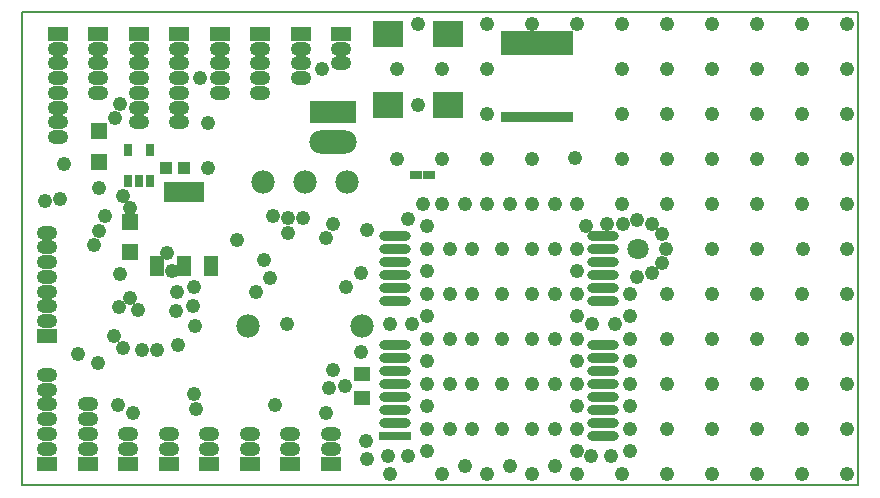
<source format=gbs>
%FSAX25Y25*%
%MOIN*%
G70*
G01*
G75*
%ADD10C,0.00800*%
%ADD11R,0.04724X0.03543*%
%ADD12O,0.05512X0.01102*%
%ADD13R,0.05512X0.01102*%
%ADD14O,0.01102X0.05512*%
%ADD15O,0.05512X0.01102*%
%ADD16R,0.02362X0.03150*%
%ADD17R,0.03543X0.03150*%
%ADD18R,0.03150X0.03543*%
%ADD19R,0.03150X0.03150*%
%ADD20R,0.03150X0.03543*%
%ADD21O,0.04331X0.01575*%
%ADD22R,0.04331X0.01575*%
%ADD23C,0.04000*%
%ADD24C,0.01500*%
%ADD25C,0.03000*%
%ADD26C,0.06299*%
%ADD27R,0.15000X0.07000*%
%ADD28O,0.15000X0.07000*%
%ADD29C,0.07000*%
%ADD30O,0.06000X0.04000*%
%ADD31C,0.04000*%
%ADD32R,0.06000X0.04000*%
%ADD33R,0.09449X0.07874*%
%ADD34R,0.03150X0.02362*%
%ADD35O,0.09843X0.02362*%
%ADD36R,0.04921X0.04331*%
%ADD37R,0.04921X0.04331*%
%ADD38R,0.02362X0.03543*%
%ADD39R,0.04724X0.04724*%
%ADD40R,0.12992X0.05906*%
%ADD41R,0.03937X0.05906*%
%ADD42R,0.23622X0.02953*%
%ADD43R,0.23622X0.07087*%
%ADD44O,0.09843X0.02362*%
%ADD45O,0.09843X0.02362*%
%ADD46R,0.09843X0.02362*%
%ADD47C,0.07000*%
%ADD48C,0.02500*%
%ADD49C,0.02400*%
%ADD50C,0.02362*%
%ADD51C,0.02000*%
%ADD52R,0.62992X0.62992*%
%ADD53R,0.05524X0.04343*%
%ADD54O,0.06312X0.01902*%
%ADD55R,0.06312X0.01902*%
%ADD56O,0.01902X0.06312*%
%ADD57O,0.06312X0.01902*%
%ADD58R,0.03162X0.03950*%
%ADD59R,0.04343X0.03950*%
%ADD60R,0.03950X0.04343*%
%ADD61R,0.03950X0.03950*%
%ADD62R,0.03950X0.04343*%
%ADD63O,0.05131X0.02375*%
%ADD64R,0.05131X0.02375*%
%ADD65C,0.07099*%
%ADD66R,0.15800X0.07800*%
%ADD67O,0.15800X0.07800*%
%ADD68C,0.07800*%
%ADD69O,0.06800X0.04800*%
%ADD70C,0.04800*%
%ADD71R,0.06800X0.04800*%
%ADD72R,0.10249X0.08674*%
%ADD73R,0.03950X0.03162*%
%ADD74O,0.10643X0.03162*%
%ADD75R,0.05721X0.05131*%
%ADD76R,0.05721X0.05131*%
%ADD77R,0.03162X0.04343*%
%ADD78R,0.05524X0.05524*%
%ADD79R,0.13792X0.06706*%
%ADD80R,0.04737X0.06706*%
%ADD81R,0.24422X0.03753*%
%ADD82R,0.24422X0.07887*%
%ADD83O,0.10643X0.03162*%
%ADD84O,0.10643X0.03162*%
%ADD85R,0.10643X0.03162*%
D10*
X0000400Y0000360D02*
Y0157840D01*
Y0157840D02*
X0279140D01*
Y0000360D02*
Y0157840D01*
X0000400Y0000360D02*
X0279140D01*
D59*
X0048400Y0106000D02*
D03*
X0054400D02*
D03*
D65*
X0205518Y0079100D02*
D03*
D66*
X0103874Y0124574D02*
D03*
D67*
Y0114574D02*
D03*
D68*
X0080600Y0101400D02*
D03*
X0075600Y0053400D02*
D03*
X0113600D02*
D03*
X0094600Y0101400D02*
D03*
X0108600D02*
D03*
D69*
X0025835Y0135936D02*
D03*
Y0131015D02*
D03*
X0012335Y0145779D02*
D03*
Y0140858D02*
D03*
Y0135936D02*
D03*
Y0131015D02*
D03*
Y0116251D02*
D03*
X0008774Y0084472D02*
D03*
Y0079551D02*
D03*
Y0074630D02*
D03*
Y0069709D02*
D03*
Y0064787D02*
D03*
Y0059866D02*
D03*
Y0054945D02*
D03*
Y0037027D02*
D03*
Y0032106D02*
D03*
Y0027185D02*
D03*
X0008774Y0022264D02*
D03*
X0008774Y0017342D02*
D03*
X0008774Y0012421D02*
D03*
X0039335Y0145779D02*
D03*
Y0140858D02*
D03*
X0052835Y0121172D02*
D03*
Y0126094D02*
D03*
Y0131015D02*
D03*
Y0135936D02*
D03*
Y0140858D02*
D03*
Y0145779D02*
D03*
X0025835Y0140858D02*
D03*
Y0145779D02*
D03*
X0066335Y0131015D02*
D03*
Y0135936D02*
D03*
Y0140858D02*
D03*
Y0145779D02*
D03*
X0079835Y0145779D02*
D03*
Y0140858D02*
D03*
Y0135936D02*
D03*
Y0131015D02*
D03*
X0093335Y0135936D02*
D03*
Y0140858D02*
D03*
Y0145779D02*
D03*
X0049274Y0012421D02*
D03*
Y0017342D02*
D03*
X0103274D02*
D03*
Y0012421D02*
D03*
X0062774D02*
D03*
Y0017342D02*
D03*
X0076274D02*
D03*
Y0012421D02*
D03*
X0089774Y0017342D02*
D03*
Y0012421D02*
D03*
X0106835Y0145779D02*
D03*
Y0140858D02*
D03*
X0039335Y0135936D02*
D03*
Y0121172D02*
D03*
Y0126094D02*
D03*
Y0131015D02*
D03*
X0012335Y0121172D02*
D03*
Y0126094D02*
D03*
X0035774Y0017342D02*
D03*
Y0012421D02*
D03*
X0022274Y0027185D02*
D03*
Y0022264D02*
D03*
Y0012421D02*
D03*
Y0017342D02*
D03*
D70*
X0072000Y0082100D02*
D03*
X0014274Y0107500D02*
D03*
X0081074Y0075374D02*
D03*
X0084594Y0027000D02*
D03*
X0058400Y0025624D02*
D03*
X0132300Y0127100D02*
D03*
Y0154100D02*
D03*
X0195200Y0087300D02*
D03*
X0122400Y0010100D02*
D03*
X0177900Y0019100D02*
D03*
X0170400D02*
D03*
X0177900Y0034100D02*
D03*
X0170400D02*
D03*
X0177900Y0049100D02*
D03*
X0170400D02*
D03*
X0150400D02*
D03*
Y0034100D02*
D03*
Y0019100D02*
D03*
X0160400D02*
D03*
Y0034100D02*
D03*
Y0049100D02*
D03*
X0170400Y0064100D02*
D03*
X0177900D02*
D03*
X0150400D02*
D03*
Y0079100D02*
D03*
X0177900D02*
D03*
X0170400D02*
D03*
X0160400D02*
D03*
Y0064100D02*
D03*
X0142900Y0019100D02*
D03*
Y0034100D02*
D03*
Y0049100D02*
D03*
X0190100Y0010100D02*
D03*
X0122900Y0054100D02*
D03*
X0128900Y0010100D02*
D03*
X0155400Y0094100D02*
D03*
X0202900Y0011600D02*
D03*
X0197900Y0054100D02*
D03*
X0190400D02*
D03*
X0202900Y0056600D02*
D03*
Y0049100D02*
D03*
X0142900Y0064100D02*
D03*
X0202900Y0041600D02*
D03*
Y0034100D02*
D03*
X0142900Y0079100D02*
D03*
X0202900Y0026600D02*
D03*
Y0019100D02*
D03*
X0196600Y0010100D02*
D03*
X0177900Y0006600D02*
D03*
X0185400Y0011600D02*
D03*
Y0019100D02*
D03*
Y0026600D02*
D03*
Y0034100D02*
D03*
Y0041600D02*
D03*
X0130400Y0054100D02*
D03*
X0185400Y0049100D02*
D03*
Y0056600D02*
D03*
X0162900Y0006600D02*
D03*
X0185400Y0064100D02*
D03*
Y0071600D02*
D03*
X0147900Y0006600D02*
D03*
X0185400Y0079100D02*
D03*
X0188300Y0086624D02*
D03*
X0185400Y0094100D02*
D03*
X0115400Y0009100D02*
D03*
X0177900Y0094100D02*
D03*
X0135400Y0011600D02*
D03*
X0170400Y0094100D02*
D03*
X0135400Y0019100D02*
D03*
Y0026600D02*
D03*
X0162900Y0094100D02*
D03*
X0135400Y0034100D02*
D03*
Y0041600D02*
D03*
Y0049100D02*
D03*
Y0056600D02*
D03*
X0147900Y0094100D02*
D03*
X0135400Y0064100D02*
D03*
Y0071600D02*
D03*
Y0079100D02*
D03*
Y0086600D02*
D03*
X0133900Y0094100D02*
D03*
X0140400D02*
D03*
X0115200Y0085500D02*
D03*
X0025600Y0040900D02*
D03*
X0200400Y0094100D02*
D03*
X0140400Y0139100D02*
D03*
X0125400Y0109100D02*
D03*
X0123000Y0004100D02*
D03*
X0155374Y0124100D02*
D03*
X0140400Y0109100D02*
D03*
X0155400D02*
D03*
X0170400D02*
D03*
X0200400D02*
D03*
X0215400D02*
D03*
X0275400Y0079100D02*
D03*
X0245400Y0034100D02*
D03*
X0260400Y0019100D02*
D03*
X0245272Y0004100D02*
D03*
X0012900Y0095600D02*
D03*
X0088700Y0054000D02*
D03*
X0102674Y0032574D02*
D03*
X0113200Y0070900D02*
D03*
X0260400Y0154100D02*
D03*
X0245400D02*
D03*
X0230400D02*
D03*
X0215400D02*
D03*
X0200400D02*
D03*
X0185400D02*
D03*
X0170400D02*
D03*
X0155400D02*
D03*
X0260400Y0139100D02*
D03*
X0245400D02*
D03*
X0230400D02*
D03*
X0155400D02*
D03*
X0260400Y0124100D02*
D03*
X0245400D02*
D03*
X0230400D02*
D03*
X0260400Y0109100D02*
D03*
X0245400D02*
D03*
X0230400D02*
D03*
X0184535Y0109176D02*
D03*
X0260400Y0094100D02*
D03*
X0245400D02*
D03*
X0230400D02*
D03*
X0260535Y0079100D02*
D03*
X0245400D02*
D03*
X0230400D02*
D03*
X0260400Y0064100D02*
D03*
X0245400D02*
D03*
X0215400D02*
D03*
Y0094100D02*
D03*
X0260400Y0049100D02*
D03*
X0245400D02*
D03*
X0230400D02*
D03*
X0215400D02*
D03*
X0260400Y0034100D02*
D03*
X0230400D02*
D03*
X0215400D02*
D03*
X0275400Y0154100D02*
D03*
Y0139100D02*
D03*
Y0124100D02*
D03*
Y0109100D02*
D03*
Y0094100D02*
D03*
Y0064100D02*
D03*
Y0049100D02*
D03*
Y0034100D02*
D03*
Y0019100D02*
D03*
Y0004100D02*
D03*
X0245400Y0019100D02*
D03*
X0230400D02*
D03*
X0215400D02*
D03*
X0260400Y0004100D02*
D03*
X0230400D02*
D03*
X0215400D02*
D03*
X0200400D02*
D03*
X0185400D02*
D03*
X0170400D02*
D03*
X0155400D02*
D03*
X0140400D02*
D03*
X0019100Y0044000D02*
D03*
X0024474Y0080374D02*
D03*
X0008000Y0094900D02*
D03*
X0027874Y0089874D02*
D03*
X0215400Y0139100D02*
D03*
X0200400D02*
D03*
X0215400Y0124100D02*
D03*
X0200400D02*
D03*
X0114900Y0015100D02*
D03*
X0101800Y0024200D02*
D03*
X0113500Y0044700D02*
D03*
X0108174Y0033174D02*
D03*
X0089074Y0084474D02*
D03*
X0101800Y0082700D02*
D03*
X0089074Y0089274D02*
D03*
X0084174Y0090074D02*
D03*
X0083000Y0069400D02*
D03*
X0078200Y0064800D02*
D03*
X0213727Y0074350D02*
D03*
X0210250Y0070873D02*
D03*
X0205500Y0069600D02*
D03*
X0200750Y0087327D02*
D03*
X0205500Y0088600D02*
D03*
X0210250Y0087327D02*
D03*
X0213745Y0083850D02*
D03*
X0215018Y0079100D02*
D03*
X0026174Y0084974D02*
D03*
X0026100Y0099500D02*
D03*
X0062300Y0106100D02*
D03*
X0100400Y0139024D02*
D03*
X0057300Y0059900D02*
D03*
X0052100Y0064700D02*
D03*
X0230400Y0064100D02*
D03*
X0048600Y0077700D02*
D03*
X0057800Y0066300D02*
D03*
X0125400Y0139100D02*
D03*
X0128900Y0089100D02*
D03*
X0202900Y0064100D02*
D03*
X0036500Y0092700D02*
D03*
X0034100Y0096600D02*
D03*
X0050400Y0071600D02*
D03*
X0031300Y0122700D02*
D03*
X0036300Y0062800D02*
D03*
X0058100Y0053500D02*
D03*
X0104000Y0038800D02*
D03*
X0032600Y0059700D02*
D03*
X0037300Y0024400D02*
D03*
X0039000Y0058800D02*
D03*
X0033100Y0070800D02*
D03*
X0052200Y0046900D02*
D03*
X0057700Y0030700D02*
D03*
X0033000Y0127300D02*
D03*
X0034100Y0046000D02*
D03*
X0030900Y0049900D02*
D03*
X0093900Y0089300D02*
D03*
X0040500Y0045200D02*
D03*
X0045300D02*
D03*
X0051600Y0058300D02*
D03*
X0103900Y0087300D02*
D03*
X0032500Y0027000D02*
D03*
X0108300Y0066400D02*
D03*
X0062300Y0121000D02*
D03*
X0059800Y0136000D02*
D03*
D71*
X0012335Y0150700D02*
D03*
X0008774Y0050024D02*
D03*
Y0007500D02*
D03*
X0039335Y0150700D02*
D03*
X0052835D02*
D03*
X0025835Y0150700D02*
D03*
X0066335D02*
D03*
X0079835Y0150700D02*
D03*
X0093335Y0150700D02*
D03*
X0049274Y0007500D02*
D03*
X0103274D02*
D03*
X0062774D02*
D03*
X0076274D02*
D03*
X0089774D02*
D03*
X0106835Y0150700D02*
D03*
X0035774Y0007500D02*
D03*
X0022274Y0007500D02*
D03*
D72*
X0142274Y0127163D02*
D03*
Y0150785D02*
D03*
X0122274D02*
D03*
Y0127163D02*
D03*
D73*
X0131735Y0103624D02*
D03*
X0136065D02*
D03*
D74*
X0124754Y0066142D02*
D03*
X0194046Y0016535D02*
D03*
Y0020866D02*
D03*
Y0025197D02*
D03*
Y0029528D02*
D03*
Y0033858D02*
D03*
Y0038189D02*
D03*
Y0046850D02*
D03*
Y0070472D02*
D03*
Y0074803D02*
D03*
Y0079134D02*
D03*
X0124754Y0083465D02*
D03*
Y0079134D02*
D03*
Y0074803D02*
D03*
Y0070473D02*
D03*
Y0061811D02*
D03*
Y0046850D02*
D03*
Y0042520D02*
D03*
Y0038189D02*
D03*
Y0033858D02*
D03*
Y0029528D02*
D03*
Y0025197D02*
D03*
Y0020866D02*
D03*
D75*
X0113800Y0037500D02*
D03*
D76*
Y0029500D02*
D03*
D77*
X0043140Y0101682D02*
D03*
X0039400D02*
D03*
X0035660D02*
D03*
Y0111918D02*
D03*
X0043140D02*
D03*
D78*
X0026000Y0108082D02*
D03*
Y0118318D02*
D03*
X0036400Y0077882D02*
D03*
Y0088118D02*
D03*
D79*
X0054419Y0098002D02*
D03*
D80*
X0045364Y0073198D02*
D03*
X0054419D02*
D03*
X0063474D02*
D03*
D81*
X0172135Y0123088D02*
D03*
D82*
Y0147616D02*
D03*
D83*
X0194046Y0042520D02*
D03*
Y0061811D02*
D03*
X0194046Y0066142D02*
D03*
D84*
X0194046Y0083464D02*
D03*
D85*
X0124754Y0016535D02*
D03*
M02*

</source>
